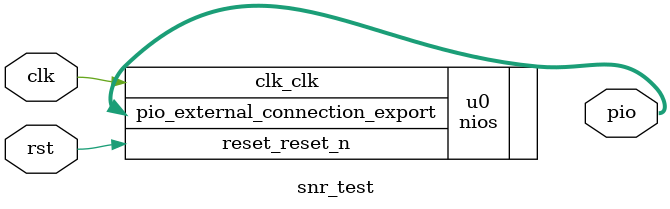
<source format=v>
   
module snr_test(clk,rst,pio);
input clk;
input rst;
output[7:0] pio;
	nios u0 (
        .clk_clk       (clk),       //   clk.clk
        .reset_reset_n (rst),  // reset.reset_n
		  .pio_external_connection_export (pio)
    );

endmodule
</source>
